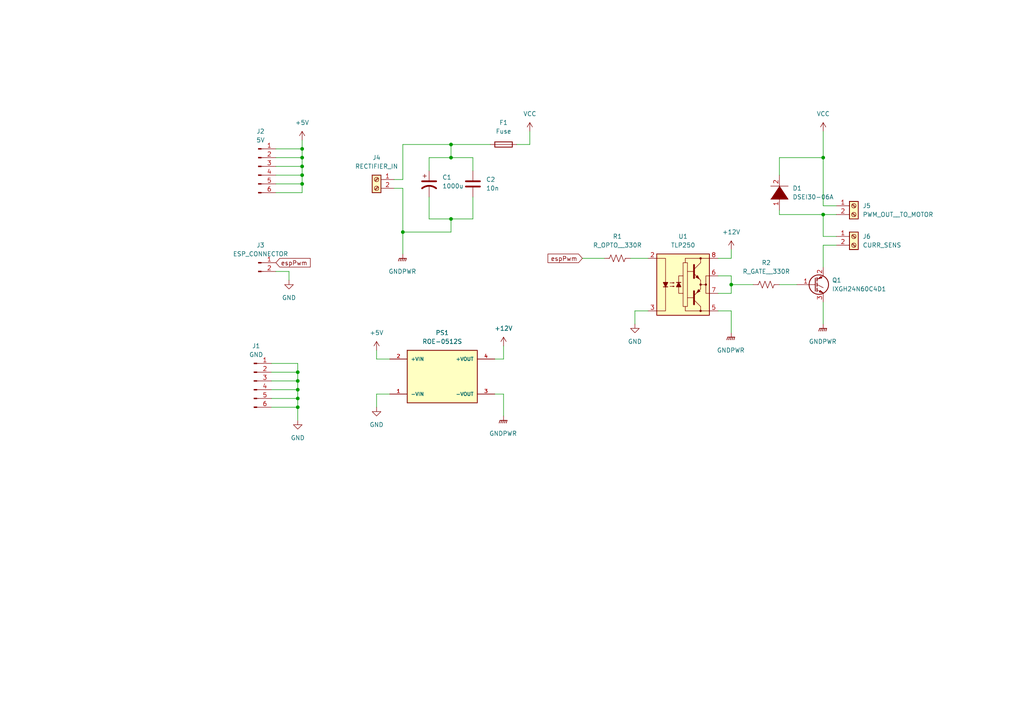
<source format=kicad_sch>
(kicad_sch (version 20211123) (generator eeschema)
  (paper "A4")
  (lib_symbols
    (symbol "Connector:Conn_01x02_Male" (pin_names (offset 1.016) hide)
      (property "Reference" "J" (at 0 2.54 0))
      (property "Value" "Conn_01x02_Male" (at 0 -5.08 0))
      (symbol "Conn_01x02_Male_1_1"
        (polyline (pts (xy 1.27 -2.54) (xy 0.8636 -2.54)) (stroke (width 0.1524)))
        (polyline (pts (xy 1.27 0) (xy 0.8636 0)) (stroke (width 0.1524)))
        (rectangle (start 0.8636 -2.413) (end 0 -2.667) (stroke (width 0.1524)) (fill (type outline)))
        (rectangle (start 0.8636 0.127) (end 0 -0.127) (stroke (width 0.1524)) (fill (type outline)))
        (pin passive line (at 5.08 0 180) (length 3.81) (name "Pin_1") (number "1"))
        (pin passive line (at 5.08 -2.54 180) (length 3.81) (name "Pin_2") (number "2"))
      )
    )
    (symbol "Connector:Conn_01x06_Male" (pin_names (offset 1.016) hide)
      (property "Reference" "J" (at 0 7.62 0))
      (property "Value" "Conn_01x06_Male" (at 0 -10.16 0))
      (symbol "Conn_01x06_Male_1_1"
        (polyline (pts (xy 1.27 -7.62) (xy 0.8636 -7.62)) (stroke (width 0.1524)))
        (polyline (pts (xy 1.27 -5.08) (xy 0.8636 -5.08)) (stroke (width 0.1524)))
        (polyline (pts (xy 1.27 -2.54) (xy 0.8636 -2.54)) (stroke (width 0.1524)))
        (polyline (pts (xy 1.27 0) (xy 0.8636 0)) (stroke (width 0.1524)))
        (polyline (pts (xy 1.27 2.54) (xy 0.8636 2.54)) (stroke (width 0.1524)))
        (polyline (pts (xy 1.27 5.08) (xy 0.8636 5.08)) (stroke (width 0.1524)))
        (rectangle (start 0.8636 -7.493) (end 0 -7.747) (stroke (width 0.1524)) (fill (type outline)))
        (rectangle (start 0.8636 -4.953) (end 0 -5.207) (stroke (width 0.1524)) (fill (type outline)))
        (rectangle (start 0.8636 -2.413) (end 0 -2.667) (stroke (width 0.1524)) (fill (type outline)))
        (rectangle (start 0.8636 0.127) (end 0 -0.127) (stroke (width 0.1524)) (fill (type outline)))
        (rectangle (start 0.8636 2.667) (end 0 2.413) (stroke (width 0.1524)) (fill (type outline)))
        (rectangle (start 0.8636 5.207) (end 0 4.953) (stroke (width 0.1524)) (fill (type outline)))
        (pin passive line (at 5.08 5.08 180) (length 3.81) (name "Pin_1") (number "1"))
        (pin passive line (at 5.08 2.54 180) (length 3.81) (name "Pin_2") (number "2"))
        (pin passive line (at 5.08 0 180) (length 3.81) (name "Pin_3") (number "3"))
        (pin passive line (at 5.08 -2.54 180) (length 3.81) (name "Pin_4") (number "4"))
        (pin passive line (at 5.08 -5.08 180) (length 3.81) (name "Pin_5") (number "5"))
        (pin passive line (at 5.08 -7.62 180) (length 3.81) (name "Pin_6") (number "6"))
      )
    )
    (symbol "Connector:Screw_Terminal_01x02" (pin_names (offset 1.016) hide)
      (property "Reference" "J" (at 0 2.54 0))
      (property "Value" "Screw_Terminal_01x02" (at 0 -5.08 0))
      (symbol "Screw_Terminal_01x02_1_1"
        (rectangle (start -1.27 1.27) (end 1.27 -3.81) (stroke (width 0.254)) (fill (type background)))
        (circle (center 0 -2.54) (radius 0.635) (stroke (width 0.1524)))
        (polyline (pts (xy -0.5334 -2.2098) (xy 0.3302 -3.048)) (stroke (width 0.1524)))
        (polyline (pts (xy -0.5334 0.3302) (xy 0.3302 -0.508)) (stroke (width 0.1524)))
        (polyline (pts (xy -0.3556 -2.032) (xy 0.508 -2.8702)) (stroke (width 0.1524)))
        (polyline (pts (xy -0.3556 0.508) (xy 0.508 -0.3302)) (stroke (width 0.1524)))
        (circle (center 0 0) (radius 0.635) (stroke (width 0.1524)))
        (pin passive line (at -5.08 0 0) (length 3.81) (name "Pin_1") (number "1"))
        (pin passive line (at -5.08 -2.54 0) (length 3.81) (name "Pin_2") (number "2"))
      )
    )
    (symbol "Device:C" (pin_numbers hide) (pin_names (offset 0.254))
      (property "Reference" "C" (at 0.635 2.54 0))
      (property "Value" "C" (at 0.635 -2.54 0))
      (symbol "C_0_1"
        (polyline (pts (xy -2.032 -0.762) (xy 2.032 -0.762)) (stroke (width 0.508)))
        (polyline (pts (xy -2.032 0.762) (xy 2.032 0.762)) (stroke (width 0.508)))
      )
      (symbol "C_1_1"
        (pin passive line (at 0 3.81 270) (length 2.794) (name "~") (number "1"))
        (pin passive line (at 0 -3.81 90) (length 2.794) (name "~") (number "2"))
      )
    )
    (symbol "Device:C_Polarized_US" (pin_numbers hide) (pin_names (offset 0.254) hide)
      (property "Reference" "C" (at 0.635 2.54 0))
      (property "Value" "C_Polarized_US" (at 0.635 -2.54 0))
      (symbol "C_Polarized_US_0_1"
        (polyline (pts (xy -2.032 0.762) (xy 2.032 0.762)) (stroke (width 0.508)))
        (polyline (pts (xy -1.778 2.286) (xy -0.762 2.286)))
        (polyline (pts (xy -1.27 1.778) (xy -1.27 2.794)))
        (arc (start 2.032 -1.27) (mid 0 -0.5572) (end -2.032 -1.27) (stroke (width 0.508)))
      )
      (symbol "C_Polarized_US_1_1"
        (pin passive line (at 0 3.81 270) (length 2.794) (name "~") (number "1"))
        (pin passive line (at 0 -3.81 90) (length 3.302) (name "~") (number "2"))
      )
    )
    (symbol "Device:Fuse" (pin_numbers hide) (pin_names (offset 0))
      (property "Reference" "F" (at 2.032 0 90))
      (property "Value" "Fuse" (at -1.905 0 90))
      (symbol "Fuse_0_1"
        (rectangle (start -0.762 -2.54) (end 0.762 2.54) (stroke (width 0.254)))
        (polyline (pts (xy 0 2.54) (xy 0 -2.54)))
      )
      (symbol "Fuse_1_1"
        (pin passive line (at 0 3.81 270) (length 1.27) (name "~") (number "1"))
        (pin passive line (at 0 -3.81 90) (length 1.27) (name "~") (number "2"))
      )
    )
    (symbol "Device:R_US" (pin_numbers hide) (pin_names (offset 0))
      (property "Reference" "R" (at 2.54 0 90))
      (property "Value" "R_US" (at -2.54 0 90))
      (symbol "R_US_0_1"
        (polyline (pts (xy 0 -2.286) (xy 0 -2.54)))
        (polyline (pts (xy 0 2.286) (xy 0 2.54)))
        (polyline (pts (xy 0 -0.762) (xy 1.016 -1.143) (xy 0 -1.524) (xy -1.016 -1.905) (xy 0 -2.286)))
        (polyline (pts (xy 0 0.762) (xy 1.016 0.381) (xy 0 0) (xy -1.016 -0.381) (xy 0 -0.762)))
        (polyline (pts (xy 0 2.286) (xy 1.016 1.905) (xy 0 1.524) (xy -1.016 1.143) (xy 0 0.762)))
      )
      (symbol "R_US_1_1"
        (pin passive line (at 0 3.81 270) (length 1.27) (name "~") (number "1"))
        (pin passive line (at 0 -3.81 90) (length 1.27) (name "~") (number "2"))
      )
    )
    (symbol "Driver_FET:TLP250" (pin_names hide)
      (property "Reference" "U" (at 0 12.7 0))
      (property "Value" "TLP250" (at 0 10.16 0))
      (symbol "TLP250_0_1"
        (rectangle (start -7.62 8.89) (end 7.62 -8.89) (stroke (width 0.254)) (fill (type background)))
        (polyline (pts (xy -5.715 -0.635) (xy -4.445 -0.635)) (stroke (width 0.254)))
        (polyline (pts (xy -0.635 0.635) (xy -1.905 0.635)) (stroke (width 0.254)))
        (polyline (pts (xy 3.048 -3.81) (xy 1.27 -3.81)))
        (polyline (pts (xy 3.048 3.81) (xy 1.27 3.81)))
        (polyline (pts (xy 3.175 -4.445) (xy 5.08 -6.35)))
        (polyline (pts (xy 3.175 4.445) (xy 5.08 6.35)))
        (polyline (pts (xy 5.08 -6.35) (xy 5.08 -7.62)))
        (polyline (pts (xy 5.08 -1.27) (xy 3.175 -3.175)) (fill (type outline)))
        (polyline (pts (xy 5.08 0) (xy 6.604 0)))
        (polyline (pts (xy 5.08 1.27) (xy 3.175 3.175)) (fill (type outline)))
        (polyline (pts (xy 5.08 6.35) (xy 5.08 7.62)))
        (polyline (pts (xy 7.62 7.62) (xy 0.635 7.62)))
        (polyline (pts (xy -1.27 -0.635) (xy -1.27 -2.54) (xy 0 -2.54)))
        (polyline (pts (xy -1.27 0.635) (xy -1.27 2.54) (xy 0 2.54)))
        (polyline (pts (xy 0.635 -6.35) (xy 0.635 -7.62) (xy 7.62 -7.62)))
        (polyline (pts (xy 3.175 -5.715) (xy 3.175 -1.905) (xy 3.175 -1.905)) (stroke (width 0.508)))
        (polyline (pts (xy 3.175 5.715) (xy 3.175 1.905) (xy 3.175 1.905)) (stroke (width 0.508)))
        (polyline (pts (xy -7.62 7.62) (xy -5.08 7.62) (xy -5.08 -7.62) (xy -7.62 -7.62)))
        (polyline (pts (xy -5.08 -0.635) (xy -5.715 0.635) (xy -4.445 0.635) (xy -5.08 -0.635)) (stroke (width 0.254)) (fill (type outline)))
        (polyline (pts (xy -1.27 0.635) (xy -0.635 -0.635) (xy -1.905 -0.635) (xy -1.27 0.635)) (stroke (width 0.254)) (fill (type outline)))
        (polyline (pts (xy 7.62 2.54) (xy 6.604 2.54) (xy 6.604 -2.54) (xy 7.62 -2.54)))
        (polyline (pts (xy -3.81 -0.508) (xy -2.54 -0.508) (xy -2.921 -0.635) (xy -2.921 -0.381) (xy -2.54 -0.508)))
        (polyline (pts (xy -3.81 0.508) (xy -2.54 0.508) (xy -2.921 0.381) (xy -2.921 0.635) (xy -2.54 0.508)))
        (polyline (pts (xy 1.27 6.35) (xy 1.27 -6.35) (xy 0 -6.35) (xy 0 6.35) (xy 1.27 6.35)))
        (polyline (pts (xy 3.683 2.159) (xy 4.191 2.667) (xy 4.699 1.651) (xy 3.683 2.159) (xy 3.683 2.159)) (fill (type outline)))
        (polyline (pts (xy 4.953 -1.905) (xy 4.445 -1.397) (xy 3.937 -2.413) (xy 4.953 -1.905) (xy 4.953 -1.905)) (fill (type outline)))
        (rectangle (start 0.635 6.35) (end 0.635 6.35))
        (rectangle (start 0.635 6.35) (end 0.635 7.62))
        (circle (center 5.08 -7.62) (radius 0.254) (fill (type outline)))
        (circle (center 5.08 0) (radius 0.254) (fill (type outline)))
        (rectangle (start 5.08 1.27) (end 5.08 -1.27))
        (circle (center 5.08 7.62) (radius 0.254) (fill (type outline)))
        (circle (center 6.604 0) (radius 0.254) (fill (type outline)))
      )
      (symbol "TLP250_1_1"
        (pin no_connect line (at -7.62 2.54 0) (length 2.54) hide (name "NC") (number "1"))
        (pin passive line (at -10.16 7.62 0) (length 2.54) (name "A") (number "2"))
        (pin passive line (at -10.16 -7.62 0) (length 2.54) (name "C") (number "3"))
        (pin no_connect line (at -7.62 -2.54 0) (length 2.54) hide (name "NC") (number "4"))
        (pin power_in line (at 10.16 -7.62 180) (length 2.54) (name "VEE") (number "5"))
        (pin output line (at 10.16 2.54 180) (length 2.54) (name "VO") (number "6"))
        (pin output line (at 10.16 -2.54 180) (length 2.54) (name "VO") (number "7"))
        (pin power_in line (at 10.16 7.62 180) (length 2.54) (name "VCC") (number "8"))
      )
    )
    (symbol "ROE-0512S:ROE-0512S" (pin_names (offset 1.016))
      (property "Reference" "PS" (at -10.1639 8.8979 0))
      (property "Value" "ROE-0512S" (at -10.1614 -10.1627 0))
      (symbol "ROE-0512S_0_0"
        (rectangle (start -10.16 -7.62) (end 10.16 7.62) (stroke (width 0.254)) (fill (type background)))
        (pin input line (at -15.24 -5.08 0) (length 5.08) (name "-VIN") (number "1"))
        (pin input line (at -15.24 5.08 0) (length 5.08) (name "+VIN") (number "2"))
        (pin output line (at 15.24 -5.08 180) (length 5.08) (name "-VOUT") (number "3"))
        (pin output line (at 15.24 5.08 180) (length 5.08) (name "+VOUT") (number "4"))
      )
    )
    (symbol "Transistor_IGBT:IRG4PF50W" (pin_names (offset 0) hide)
      (property "Reference" "Q" (at 5.08 1.905 0))
      (property "Value" "IRG4PF50W" (at 5.08 0 0))
      (symbol "IRG4PF50W_0_1"
        (polyline (pts (xy 0 0) (xy 0.254 0)))
        (polyline (pts (xy 0.762 -1.016) (xy 0.762 -2.032)) (stroke (width 0.254)))
        (polyline (pts (xy 0.762 0.508) (xy 0.762 -0.508)) (stroke (width 0.254)))
        (polyline (pts (xy 0.762 2.032) (xy 0.762 1.016)) (stroke (width 0.254)))
        (polyline (pts (xy 2.54 -2.413) (xy 0.762 -1.524)))
        (polyline (pts (xy 2.54 -0.889) (xy 0.762 0)))
        (polyline (pts (xy 2.54 2.413) (xy 0.762 1.524)))
        (polyline (pts (xy 0.254 1.905) (xy 0.254 -1.905) (xy 0.254 -1.905)) (stroke (width 0.254)))
        (polyline (pts (xy 1.397 -2.159) (xy 1.651 -1.651) (xy 2.54 -2.413) (xy 1.397 -2.159)) (fill (type outline)))
        (polyline (pts (xy 2.159 1.905) (xy 1.905 2.413) (xy 1.016 1.651) (xy 2.159 1.905)) (fill (type outline)))
        (circle (center 1.27 0) (radius 2.8194) (stroke (width 0.254)))
      )
      (symbol "IRG4PF50W_1_1"
        (pin input line (at -5.08 0 0) (length 5.08) (name "G") (number "1"))
        (pin passive line (at 2.54 5.08 270) (length 2.54) (name "C") (number "2"))
        (pin passive line (at 2.54 -5.08 90) (length 2.54) (name "E") (number "3"))
      )
    )
    (symbol "power:+12V" (power) (pin_names (offset 0))
      (property "Value" "+12V" (at 0 3.556 0))
      (symbol "+12V_0_1"
        (polyline (pts (xy -0.762 1.27) (xy 0 2.54)))
        (polyline (pts (xy 0 0) (xy 0 2.54)))
        (polyline (pts (xy 0 2.54) (xy 0.762 1.27)))
      )
      (symbol "+12V_1_1"
        (pin power_in line (at 0 0 90) (length 0) hide (name "+12V") (number "1"))
      )
    )
    (symbol "power:+5V" (power) (pin_names (offset 0))
      (property "Value" "+5V" (at 0 3.556 0))
      (symbol "+5V_0_1"
        (polyline (pts (xy -0.762 1.27) (xy 0 2.54)))
        (polyline (pts (xy 0 0) (xy 0 2.54)))
        (polyline (pts (xy 0 2.54) (xy 0.762 1.27)))
      )
      (symbol "+5V_1_1"
        (pin power_in line (at 0 0 90) (length 0) hide (name "+5V") (number "1"))
      )
    )
    (symbol "power:GND" (power) (pin_names (offset 0))
      (property "Value" "GND" (at 0 -3.81 0))
      (symbol "GND_0_1"
        (polyline (pts (xy 0 0) (xy 0 -1.27) (xy 1.27 -1.27) (xy 0 -2.54) (xy -1.27 -1.27) (xy 0 -1.27)))
      )
      (symbol "GND_1_1"
        (pin power_in line (at 0 0 270) (length 0) hide (name "GND") (number "1"))
      )
    )
    (symbol "power:GNDPWR" (power) (pin_names (offset 0))
      (property "Value" "GNDPWR" (at 0 -3.302 0))
      (symbol "GNDPWR_0_1"
        (polyline (pts (xy 0 -1.27) (xy 0 0)))
        (polyline (pts (xy -1.016 -1.27) (xy -1.27 -2.032) (xy -1.27 -2.032)) (stroke (width 0.2032)))
        (polyline (pts (xy -0.508 -1.27) (xy -0.762 -2.032) (xy -0.762 -2.032)) (stroke (width 0.2032)))
        (polyline (pts (xy 0 -1.27) (xy -0.254 -2.032) (xy -0.254 -2.032)) (stroke (width 0.2032)))
        (polyline (pts (xy 0.508 -1.27) (xy 0.254 -2.032) (xy 0.254 -2.032)) (stroke (width 0.2032)))
        (polyline (pts (xy 1.016 -1.27) (xy -1.016 -1.27) (xy -1.016 -1.27)) (stroke (width 0.2032)))
        (polyline (pts (xy 1.016 -1.27) (xy 0.762 -2.032) (xy 0.762 -2.032) (xy 0.762 -2.032)) (stroke (width 0.2032)))
      )
      (symbol "GNDPWR_1_1"
        (pin power_in line (at 0 0 270) (length 0) hide (name "GNDPWR") (number "1"))
      )
    )
    (symbol "power:VCC" (power) (pin_names (offset 0))
      (property "Value" "VCC" (at 0 3.81 0))
      (symbol "VCC_0_1"
        (polyline (pts (xy -0.762 1.27) (xy 0 2.54)))
        (polyline (pts (xy 0 0) (xy 0 2.54)))
        (polyline (pts (xy 0 2.54) (xy 0.762 1.27)))
      )
      (symbol "VCC_1_1"
        (pin power_in line (at 0 0 90) (length 0) hide (name "VCC") (number "1"))
      )
    )
    (symbol "pspice:DIODE" (pin_names (offset 1.016) hide)
      (property "Reference" "D" (at 0 3.81 0))
      (property "Value" "DIODE" (at 0 -4.445 0))
      (symbol "DIODE_0_1"
        (polyline (pts (xy 1.905 2.54) (xy 1.905 -2.54)))
        (polyline (pts (xy -1.905 2.54) (xy -1.905 -2.54) (xy 1.905 0)) (fill (type outline)))
      )
      (symbol "DIODE_1_1"
        (pin input line (at -5.08 0 0) (length 3.81) (name "K") (number "1"))
        (pin input line (at 5.08 0 180) (length 3.81) (name "A") (number "2"))
      )
    )
  )
  (junction (at 130.81 63.5))
  (junction (at 87.63 48.26))
  (junction (at 87.63 45.72))
  (junction (at 86.36 107.95))
  (junction (at 130.81 45.72))
  (junction (at 87.63 50.8))
  (junction (at 86.36 115.57))
  (junction (at 87.63 53.34))
  (junction (at 130.81 41.91))
  (junction (at 86.36 118.11))
  (junction (at 86.36 113.03))
  (junction (at 86.36 110.49))
  (junction (at 238.76 62.23))
  (junction (at 238.76 45.72))
  (junction (at 116.84 67.31))
  (junction (at 212.09 82.55))
  (junction (at 87.63 43.18))
  (wire (pts (xy 212.09 90.17) (xy 212.09 96.52)))
  (wire (pts (xy 124.46 63.5) (xy 130.81 63.5)))
  (wire (pts (xy 208.28 85.09) (xy 212.09 85.09)))
  (wire (pts (xy 184.15 90.17) (xy 184.15 93.98)))
  (wire (pts (xy 146.05 114.3) (xy 146.05 120.65)))
  (wire (pts (xy 238.76 77.47) (xy 238.76 71.12)))
  (wire (pts (xy 80.01 43.18) (xy 87.63 43.18)))
  (wire (pts (xy 182.88 74.93) (xy 187.96 74.93)))
  (wire (pts (xy 109.22 114.3) (xy 109.22 118.11)))
  (wire (pts (xy 87.63 48.26) (xy 87.63 45.72)))
  (wire (pts (xy 226.06 45.72) (xy 238.76 45.72)))
  (wire (pts (xy 184.15 90.17) (xy 187.96 90.17)))
  (wire (pts (xy 143.51 114.3) (xy 146.05 114.3)))
  (wire (pts (xy 242.57 59.69) (xy 238.76 59.69)))
  (wire (pts (xy 208.28 80.01) (xy 212.09 80.01)))
  (wire (pts (xy 116.84 41.91) (xy 130.81 41.91)))
  (wire (pts (xy 130.81 45.72) (xy 137.16 45.72)))
  (wire (pts (xy 78.74 113.03) (xy 86.36 113.03)))
  (wire (pts (xy 116.84 67.31) (xy 116.84 73.66)))
  (wire (pts (xy 78.74 115.57) (xy 86.36 115.57)))
  (wire (pts (xy 87.63 50.8) (xy 87.63 48.26)))
  (wire (pts (xy 116.84 41.91) (xy 116.84 52.07)))
  (wire (pts (xy 80.01 55.88) (xy 87.63 55.88)))
  (wire (pts (xy 242.57 68.58) (xy 238.76 68.58)))
  (wire (pts (xy 124.46 57.15) (xy 124.46 63.5)))
  (wire (pts (xy 226.06 82.55) (xy 231.14 82.55)))
  (wire (pts (xy 109.22 114.3) (xy 113.03 114.3)))
  (wire (pts (xy 80.01 53.34) (xy 87.63 53.34)))
  (wire (pts (xy 114.3 52.07) (xy 116.84 52.07)))
  (wire (pts (xy 238.76 38.1) (xy 238.76 45.72)))
  (wire (pts (xy 153.67 41.91) (xy 153.67 38.1)))
  (wire (pts (xy 86.36 110.49) (xy 86.36 107.95)))
  (wire (pts (xy 130.81 63.5) (xy 130.81 67.31)))
  (wire (pts (xy 78.74 105.41) (xy 86.36 105.41)))
  (wire (pts (xy 212.09 80.01) (xy 212.09 82.55)))
  (wire (pts (xy 238.76 62.23) (xy 226.06 62.23)))
  (wire (pts (xy 137.16 57.15) (xy 137.16 63.5)))
  (wire (pts (xy 137.16 45.72) (xy 137.16 49.53)))
  (wire (pts (xy 80.01 48.26) (xy 87.63 48.26)))
  (wire (pts (xy 114.3 54.61) (xy 116.84 54.61)))
  (wire (pts (xy 86.36 115.57) (xy 86.36 113.03)))
  (wire (pts (xy 146.05 100.33) (xy 146.05 104.14)))
  (wire (pts (xy 238.76 68.58) (xy 238.76 62.23)))
  (wire (pts (xy 78.74 110.49) (xy 86.36 110.49)))
  (wire (pts (xy 86.36 118.11) (xy 86.36 121.92)))
  (wire (pts (xy 226.06 50.8) (xy 226.06 45.72)))
  (wire (pts (xy 78.74 118.11) (xy 86.36 118.11)))
  (wire (pts (xy 87.63 55.88) (xy 87.63 53.34)))
  (wire (pts (xy 83.82 78.74) (xy 80.01 78.74)))
  (wire (pts (xy 208.28 74.93) (xy 212.09 74.93)))
  (wire (pts (xy 109.22 101.6) (xy 109.22 104.14)))
  (wire (pts (xy 116.84 54.61) (xy 116.84 67.31)))
  (wire (pts (xy 124.46 45.72) (xy 130.81 45.72)))
  (wire (pts (xy 86.36 107.95) (xy 86.36 105.41)))
  (wire (pts (xy 109.22 104.14) (xy 113.03 104.14)))
  (wire (pts (xy 86.36 113.03) (xy 86.36 110.49)))
  (wire (pts (xy 238.76 87.63) (xy 238.76 93.98)))
  (wire (pts (xy 226.06 60.96) (xy 226.06 62.23)))
  (wire (pts (xy 130.81 67.31) (xy 116.84 67.31)))
  (wire (pts (xy 130.81 41.91) (xy 142.24 41.91)))
  (wire (pts (xy 208.28 90.17) (xy 212.09 90.17)))
  (wire (pts (xy 212.09 72.39) (xy 212.09 74.93)))
  (wire (pts (xy 212.09 82.55) (xy 218.44 82.55)))
  (wire (pts (xy 87.63 45.72) (xy 87.63 43.18)))
  (wire (pts (xy 83.82 81.28) (xy 83.82 78.74)))
  (wire (pts (xy 168.91 74.93) (xy 175.26 74.93)))
  (wire (pts (xy 124.46 49.53) (xy 124.46 45.72)))
  (wire (pts (xy 212.09 82.55) (xy 212.09 85.09)))
  (wire (pts (xy 143.51 104.14) (xy 146.05 104.14)))
  (wire (pts (xy 87.63 43.18) (xy 87.63 40.64)))
  (wire (pts (xy 238.76 45.72) (xy 238.76 59.69)))
  (wire (pts (xy 80.01 50.8) (xy 87.63 50.8)))
  (wire (pts (xy 80.01 45.72) (xy 87.63 45.72)))
  (wire (pts (xy 130.81 41.91) (xy 130.81 45.72)))
  (wire (pts (xy 238.76 62.23) (xy 242.57 62.23)))
  (wire (pts (xy 87.63 53.34) (xy 87.63 50.8)))
  (wire (pts (xy 238.76 71.12) (xy 242.57 71.12)))
  (wire (pts (xy 78.74 107.95) (xy 86.36 107.95)))
  (wire (pts (xy 130.81 63.5) (xy 137.16 63.5)))
  (wire (pts (xy 86.36 118.11) (xy 86.36 115.57)))
  (wire (pts (xy 149.86 41.91) (xy 153.67 41.91)))
  (global_label "espPwm" (shape input) (at 168.91 74.93 180) (property "Intersheet References" "${INTERSHEET_REFS}" (effects hide)))
  (global_label "espPwm" (shape input) (at 80.01 76.2 0) (property "Intersheet References" "${INTERSHEET_REFS}" (effects hide)))
  (symbol (lib_id "power:+5V") (at 109.22 101.6 0) (unit 1)
    (property "Reference" "#PWR04" (effects hide))
    (property "Value" "+5V" (at 109.22 96.52 0))
  )
  (symbol (lib_id "Connector:Screw_Terminal_01x02") (at 247.65 68.58 0) (unit 1)
    (property "Reference" "J6" (at 250.19 68.5799 0) (effects (justify left)))
    (property "Value" "CURR_SENS" (at 250.19 71.1199 0) (effects (justify left)))
    (property "Footprint" "TerminalBlock_MetzConnect:TerminalBlock_MetzConnect_Type175_RT02702HBLC_1x02_P7.50mm_Horizontal" (effects hide))
  )
  (symbol (lib_id "power:+5V") (at 87.63 40.64 0) (unit 1)
    (property "Reference" "#PWR03" (effects hide))
    (property "Value" "+5V" (at 87.63 35.56 0))
  )
  (symbol (lib_id "Connector:Screw_Terminal_01x02") (at 109.22 52.07 0) (mirror y) (unit 1)
    (property "Reference" "J4" (at 109.22 45.72 0))
    (property "Value" "RECTIFIER_IN" (at 109.22 48.26 0))
    (property "Footprint" "TerminalBlock_MetzConnect:TerminalBlock_MetzConnect_Type175_RT02702HBLC_1x02_P7.50mm_Horizontal" (effects hide))
  )
  (symbol (lib_id "power:VCC") (at 238.76 38.1 0) (unit 1)
    (property "Reference" "#PWR013" (effects hide))
    (property "Value" "VCC" (at 238.76 33.02 0))
  )
  (symbol (lib_id "power:GND") (at 83.82 81.28 0) (unit 1)
    (property "Reference" "#PWR01" (effects hide))
    (property "Value" "GND" (at 83.82 86.36 0))
  )
  (symbol (lib_id "ROE-0512S:ROE-0512S") (at 128.27 109.22 0) (unit 1)
    (property "Reference" "PS1" (at 128.27 96.52 0))
    (property "Value" "ROE-0512S" (at 128.27 99.06 0))
    (property "Footprint" "Module:roe0512" (effects hide))
    (property "PARTREV" "5" (effects hide))
    (property "MAXIMUM_PACKAGE_HEIGHT" "10.00mm" (effects hide))
    (property "STANDARD" "Manufacturer Recommendations" (effects hide))
    (property "MANUFACTURER" "RECOM" (effects hide))
  )
  (symbol (lib_id "Device:C") (at 137.16 53.34 0) (unit 1)
    (property "Reference" "C2" (at 140.97 52.0699 0) (effects (justify left)))
    (property "Value" "10n" (at 140.97 54.6099 0) (effects (justify left)))
    (property "Footprint" "Capacitor_THT:C_Disc_D5.1mm_W3.2mm_P5.00mm" (effects hide))
  )
  (symbol (lib_id "power:GND") (at 184.15 93.98 0) (unit 1)
    (property "Reference" "#PWR010" (effects hide))
    (property "Value" "GND" (at 184.15 99.06 0))
  )
  (symbol (lib_id "power:GNDPWR") (at 212.09 96.52 0) (unit 1)
    (property "Reference" "#PWR012" (effects hide))
    (property "Value" "GNDPWR" (at 211.963 101.6 0))
  )
  (symbol (lib_id "power:GNDPWR") (at 146.05 120.65 0) (unit 1)
    (property "Reference" "#PWR08" (effects hide))
    (property "Value" "GNDPWR" (at 145.923 125.73 0))
  )
  (symbol (lib_id "Connector:Conn_01x06_Male") (at 73.66 110.49 0) (unit 1)
    (property "Reference" "J1" (at 74.295 100.33 0))
    (property "Value" "GND" (at 74.295 102.87 0))
    (property "Footprint" "Connector_PinHeader_2.54mm:PinHeader_1x06_P2.54mm_Vertical" (effects hide))
  )
  (symbol (lib_id "power:+12V") (at 212.09 72.39 0) (unit 1)
    (property "Reference" "#PWR011" (effects hide))
    (property "Value" "+12V" (at 212.09 67.31 0))
  )
  (symbol (lib_id "Transistor_IGBT:IRG4PF50W") (at 236.22 82.55 0) (unit 1)
    (property "Reference" "Q1" (at 241.3 81.2799 0) (effects (justify left)))
    (property "Value" "IXGH24N60C4D1" (at 241.3 83.8199 0) (effects (justify left)))
    (property "Footprint" "Package_TO_SOT_THT:TO-247-3_Vertical" (effects hide))
    (property "Datasheet" "http://www.irf.com/product-info/datasheets/data/irg4pf50w.pdf" (effects hide))
  )
  (symbol (lib_id "Connector:Conn_01x06_Male") (at 74.93 48.26 0) (unit 1)
    (property "Reference" "J2" (at 75.565 38.1 0))
    (property "Value" "5V" (at 75.565 40.64 0))
    (property "Footprint" "Connector_PinHeader_2.54mm:PinHeader_1x06_P2.54mm_Vertical" (effects hide))
  )
  (symbol (lib_id "power:+12V") (at 146.05 100.33 0) (unit 1)
    (property "Reference" "#PWR07" (effects hide))
    (property "Value" "+12V" (at 146.05 95.25 0))
  )
  (symbol (lib_id "power:GND") (at 86.36 121.92 0) (unit 1)
    (property "Reference" "#PWR02" (effects hide))
    (property "Value" "GND" (at 86.36 127 0))
  )
  (symbol (lib_id "Device:Fuse") (at 146.05 41.91 90) (unit 1)
    (property "Reference" "F1" (at 146.05 35.56 90))
    (property "Value" "Fuse" (at 146.05 38.1 90))
    (property "Footprint" "Fuse:Fuseholder_Cylinder-5x20mm_Schurter_0031_8201_Horizontal_Open" (effects hide))
  )
  (symbol (lib_id "power:GNDPWR") (at 238.76 93.98 0) (unit 1)
    (property "Reference" "#PWR014" (effects hide))
    (property "Value" "GNDPWR" (at 238.633 99.06 0))
  )
  (symbol (lib_id "power:VCC") (at 153.67 38.1 0) (unit 1)
    (property "Reference" "#PWR09" (effects hide))
    (property "Value" "VCC" (at 153.67 33.02 0))
  )
  (symbol (lib_id "Connector:Conn_01x02_Male") (at 74.93 76.2 0) (unit 1)
    (property "Reference" "J3" (at 75.565 71.12 0))
    (property "Value" "ESP_CONNECTOR" (at 75.565 73.66 0))
    (property "Footprint" "Connector_PinHeader_2.54mm:PinHeader_1x02_P2.54mm_Vertical" (effects hide))
  )
  (symbol (lib_id "Driver_FET:TLP250") (at 198.12 82.55 0) (unit 1)
    (property "Reference" "U1" (at 198.12 68.58 0))
    (property "Value" "TLP250" (at 198.12 71.12 0))
    (property "Footprint" "Package_DIP:DIP-8_W7.62mm" (effects hide))
    (property "Datasheet" "http://toshiba.semicon-storage.com/info/docget.jsp?did=16821&prodName=TLP250" (effects hide))
  )
  (symbol (lib_id "pspice:DIODE") (at 226.06 55.88 90) (unit 1)
    (property "Reference" "D1" (at 229.87 54.6099 90) (effects (justify right)))
    (property "Value" "DSEI30-06A" (at 229.87 57.1499 90) (effects (justify right)))
    (property "Footprint" "Package_TO_SOT_THT:TO-247-2_Vertical" (effects hide))
  )
  (symbol (lib_id "power:GND") (at 109.22 118.11 0) (unit 1)
    (property "Reference" "#PWR05" (effects hide))
    (property "Value" "GND" (at 109.22 123.19 0))
  )
  (symbol (lib_id "Connector:Screw_Terminal_01x02") (at 247.65 59.69 0) (unit 1)
    (property "Reference" "J5" (at 250.19 59.6899 0) (effects (justify left)))
    (property "Value" "PWM_OUT__TO_MOTOR" (at 250.19 62.2299 0) (effects (justify left)))
    (property "Footprint" "TerminalBlock_MetzConnect:TerminalBlock_MetzConnect_Type175_RT02702HBLC_1x02_P7.50mm_Horizontal" (effects hide))
  )
  (symbol (lib_id "Device:C_Polarized_US") (at 124.46 53.34 0) (unit 1)
    (property "Reference" "C1" (at 128.27 51.4349 0) (effects (justify left)))
    (property "Value" "1000u" (at 128.27 53.9749 0) (effects (justify left)))
    (property "Footprint" "Capacitor_THT:CP_Radial_D35.0mm_P10.00mm_SnapIn" (effects hide))
  )
  (symbol (lib_id "Device:R_US") (at 222.25 82.55 90) (unit 1)
    (property "Reference" "R2" (at 222.25 76.2 90))
    (property "Value" "R_GATE__330R" (at 222.25 78.74 90))
    (property "Footprint" "Resistor_THT:R_Axial_DIN0204_L3.6mm_D1.6mm_P7.62mm_Horizontal" (effects hide))
  )
  (symbol (lib_id "power:GNDPWR") (at 116.84 73.66 0) (unit 1)
    (property "Reference" "#PWR06" (effects hide))
    (property "Value" "GNDPWR" (at 116.713 78.74 0))
  )
  (symbol (lib_id "Device:R_US") (at 179.07 74.93 90) (unit 1)
    (property "Reference" "R1" (at 179.07 68.58 90))
    (property "Value" "R_OPTO__330R" (at 179.07 71.12 90))
    (property "Footprint" "Resistor_THT:R_Axial_DIN0204_L3.6mm_D1.6mm_P7.62mm_Horizontal" (effects hide))
  )
)
</source>
